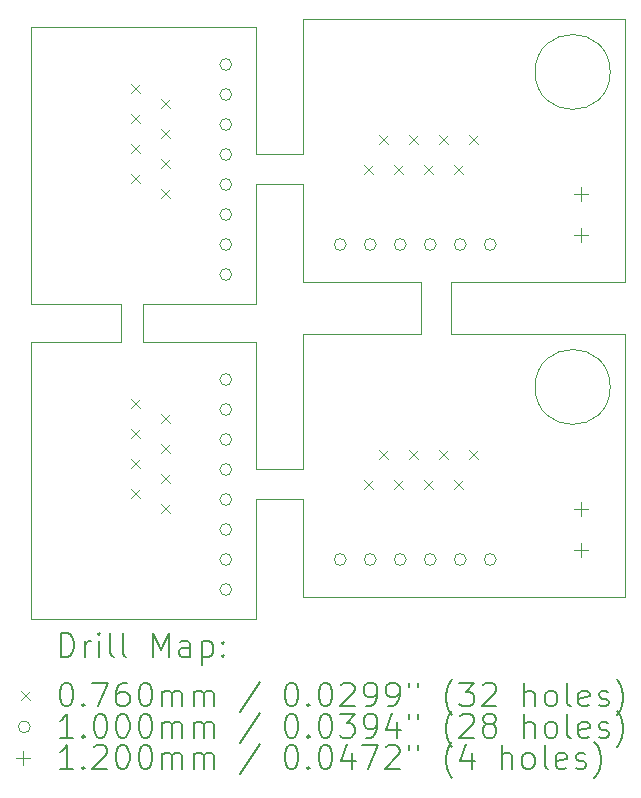
<source format=gbr>
%TF.GenerationSoftware,KiCad,Pcbnew,7.0.9*%
%TF.CreationDate,2024-06-07T23:50:48-04:00*%
%TF.ProjectId,8P breakout header,38502062-7265-4616-9b6f-757420686561,rev?*%
%TF.SameCoordinates,Original*%
%TF.FileFunction,Drillmap*%
%TF.FilePolarity,Positive*%
%FSLAX45Y45*%
G04 Gerber Fmt 4.5, Leading zero omitted, Abs format (unit mm)*
G04 Created by KiCad (PCBNEW 7.0.9) date 2024-06-07 23:50:48*
%MOMM*%
%LPD*%
G01*
G04 APERTURE LIST*
%ADD10C,0.100000*%
%ADD11C,0.200000*%
%ADD12C,0.120000*%
G04 APERTURE END LIST*
D10*
X19240500Y-7493000D02*
X20717250Y-7493000D01*
X19240500Y-7429500D02*
X19240500Y-7493000D01*
X19240500Y-7048500D02*
X19240500Y-7429500D01*
X20717250Y-7048500D02*
X19240500Y-7048500D01*
X18986500Y-7048500D02*
X17986750Y-7048500D01*
X18986500Y-7493000D02*
X18986500Y-7048500D01*
X17986750Y-7493000D02*
X18986500Y-7493000D01*
X16637000Y-7556500D02*
X17589500Y-7556500D01*
X16637000Y-7239000D02*
X16637000Y-7556500D01*
X17589500Y-7239000D02*
X16637000Y-7239000D01*
X16446500Y-7556500D02*
X15684500Y-7556500D01*
X16446500Y-7239000D02*
X16446500Y-7556500D01*
X15684500Y-7239000D02*
X16446500Y-7239000D01*
X20590250Y-7937500D02*
G75*
G03*
X20590250Y-7937500I-317500J0D01*
G01*
X17589500Y-9906000D02*
X17589500Y-8890000D01*
X15684500Y-7556500D02*
X15684500Y-9906000D01*
X17589500Y-8636000D02*
X17589500Y-7556500D01*
X17589500Y-8890000D02*
X17986750Y-8890000D01*
X17986750Y-7493000D02*
X17986750Y-8636000D01*
X15684500Y-9906000D02*
X17589500Y-9906000D01*
X17986750Y-9715500D02*
X20717250Y-9715500D01*
X17986750Y-8890000D02*
X17986750Y-9715500D01*
X20717250Y-9715500D02*
X20717250Y-7493000D01*
X17589500Y-8636000D02*
X17986750Y-8636000D01*
X17589500Y-6223000D02*
X17986750Y-6223000D01*
X17589500Y-5969000D02*
X17986750Y-5969000D01*
X17589500Y-7239000D02*
X17589500Y-6223000D01*
X15684500Y-4889500D02*
X15684500Y-7239000D01*
X17589500Y-4889500D02*
X15684500Y-4889500D01*
X17589500Y-5969000D02*
X17589500Y-4889500D01*
X17986750Y-4826000D02*
X17986750Y-5969000D01*
X20717250Y-4826000D02*
X17986750Y-4826000D01*
X20717250Y-7048500D02*
X20717250Y-4826000D01*
X17986750Y-6223000D02*
X17986750Y-7048500D01*
X20590250Y-5270500D02*
G75*
G03*
X20590250Y-5270500I-317500J0D01*
G01*
D11*
D10*
X16537500Y-5375750D02*
X16613500Y-5451750D01*
X16613500Y-5375750D02*
X16537500Y-5451750D01*
X16537500Y-5629750D02*
X16613500Y-5705750D01*
X16613500Y-5629750D02*
X16537500Y-5705750D01*
X16537500Y-5883750D02*
X16613500Y-5959750D01*
X16613500Y-5883750D02*
X16537500Y-5959750D01*
X16537500Y-6137750D02*
X16613500Y-6213750D01*
X16613500Y-6137750D02*
X16537500Y-6213750D01*
X16537500Y-8042750D02*
X16613500Y-8118750D01*
X16613500Y-8042750D02*
X16537500Y-8118750D01*
X16537500Y-8296750D02*
X16613500Y-8372750D01*
X16613500Y-8296750D02*
X16537500Y-8372750D01*
X16537500Y-8550750D02*
X16613500Y-8626750D01*
X16613500Y-8550750D02*
X16537500Y-8626750D01*
X16537500Y-8804750D02*
X16613500Y-8880750D01*
X16613500Y-8804750D02*
X16537500Y-8880750D01*
X16791500Y-5502750D02*
X16867500Y-5578750D01*
X16867500Y-5502750D02*
X16791500Y-5578750D01*
X16791500Y-5756750D02*
X16867500Y-5832750D01*
X16867500Y-5756750D02*
X16791500Y-5832750D01*
X16791500Y-6010750D02*
X16867500Y-6086750D01*
X16867500Y-6010750D02*
X16791500Y-6086750D01*
X16791500Y-6264750D02*
X16867500Y-6340750D01*
X16867500Y-6264750D02*
X16791500Y-6340750D01*
X16791500Y-8169750D02*
X16867500Y-8245750D01*
X16867500Y-8169750D02*
X16791500Y-8245750D01*
X16791500Y-8423750D02*
X16867500Y-8499750D01*
X16867500Y-8423750D02*
X16791500Y-8499750D01*
X16791500Y-8677750D02*
X16867500Y-8753750D01*
X16867500Y-8677750D02*
X16791500Y-8753750D01*
X16791500Y-8931750D02*
X16867500Y-9007750D01*
X16867500Y-8931750D02*
X16791500Y-9007750D01*
X18504000Y-6060000D02*
X18580000Y-6136000D01*
X18580000Y-6060000D02*
X18504000Y-6136000D01*
X18504000Y-8727000D02*
X18580000Y-8803000D01*
X18580000Y-8727000D02*
X18504000Y-8803000D01*
X18631000Y-5806000D02*
X18707000Y-5882000D01*
X18707000Y-5806000D02*
X18631000Y-5882000D01*
X18631000Y-8473000D02*
X18707000Y-8549000D01*
X18707000Y-8473000D02*
X18631000Y-8549000D01*
X18758000Y-6060000D02*
X18834000Y-6136000D01*
X18834000Y-6060000D02*
X18758000Y-6136000D01*
X18758000Y-8727000D02*
X18834000Y-8803000D01*
X18834000Y-8727000D02*
X18758000Y-8803000D01*
X18885000Y-5806000D02*
X18961000Y-5882000D01*
X18961000Y-5806000D02*
X18885000Y-5882000D01*
X18885000Y-8473000D02*
X18961000Y-8549000D01*
X18961000Y-8473000D02*
X18885000Y-8549000D01*
X19012000Y-6060000D02*
X19088000Y-6136000D01*
X19088000Y-6060000D02*
X19012000Y-6136000D01*
X19012000Y-8727000D02*
X19088000Y-8803000D01*
X19088000Y-8727000D02*
X19012000Y-8803000D01*
X19139000Y-5806000D02*
X19215000Y-5882000D01*
X19215000Y-5806000D02*
X19139000Y-5882000D01*
X19139000Y-8473000D02*
X19215000Y-8549000D01*
X19215000Y-8473000D02*
X19139000Y-8549000D01*
X19266000Y-6060000D02*
X19342000Y-6136000D01*
X19342000Y-6060000D02*
X19266000Y-6136000D01*
X19266000Y-8727000D02*
X19342000Y-8803000D01*
X19342000Y-8727000D02*
X19266000Y-8803000D01*
X19393000Y-5806000D02*
X19469000Y-5882000D01*
X19469000Y-5806000D02*
X19393000Y-5882000D01*
X19393000Y-8473000D02*
X19469000Y-8549000D01*
X19469000Y-8473000D02*
X19393000Y-8549000D01*
X17385500Y-5207000D02*
G75*
G03*
X17385500Y-5207000I-50000J0D01*
G01*
X17385500Y-5461000D02*
G75*
G03*
X17385500Y-5461000I-50000J0D01*
G01*
X17385500Y-5715000D02*
G75*
G03*
X17385500Y-5715000I-50000J0D01*
G01*
X17385500Y-5969000D02*
G75*
G03*
X17385500Y-5969000I-50000J0D01*
G01*
X17385500Y-6223000D02*
G75*
G03*
X17385500Y-6223000I-50000J0D01*
G01*
X17385500Y-6477000D02*
G75*
G03*
X17385500Y-6477000I-50000J0D01*
G01*
X17385500Y-6731000D02*
G75*
G03*
X17385500Y-6731000I-50000J0D01*
G01*
X17385500Y-6985000D02*
G75*
G03*
X17385500Y-6985000I-50000J0D01*
G01*
X17385500Y-7874000D02*
G75*
G03*
X17385500Y-7874000I-50000J0D01*
G01*
X17385500Y-8128000D02*
G75*
G03*
X17385500Y-8128000I-50000J0D01*
G01*
X17385500Y-8382000D02*
G75*
G03*
X17385500Y-8382000I-50000J0D01*
G01*
X17385500Y-8636000D02*
G75*
G03*
X17385500Y-8636000I-50000J0D01*
G01*
X17385500Y-8890000D02*
G75*
G03*
X17385500Y-8890000I-50000J0D01*
G01*
X17385500Y-9144000D02*
G75*
G03*
X17385500Y-9144000I-50000J0D01*
G01*
X17385500Y-9398000D02*
G75*
G03*
X17385500Y-9398000I-50000J0D01*
G01*
X17385500Y-9652000D02*
G75*
G03*
X17385500Y-9652000I-50000J0D01*
G01*
X18354250Y-6731000D02*
G75*
G03*
X18354250Y-6731000I-50000J0D01*
G01*
X18354250Y-9398000D02*
G75*
G03*
X18354250Y-9398000I-50000J0D01*
G01*
X18608250Y-6731000D02*
G75*
G03*
X18608250Y-6731000I-50000J0D01*
G01*
X18608250Y-9398000D02*
G75*
G03*
X18608250Y-9398000I-50000J0D01*
G01*
X18862250Y-6731000D02*
G75*
G03*
X18862250Y-6731000I-50000J0D01*
G01*
X18862250Y-9398000D02*
G75*
G03*
X18862250Y-9398000I-50000J0D01*
G01*
X19116250Y-6731000D02*
G75*
G03*
X19116250Y-6731000I-50000J0D01*
G01*
X19116250Y-9398000D02*
G75*
G03*
X19116250Y-9398000I-50000J0D01*
G01*
X19370250Y-6731000D02*
G75*
G03*
X19370250Y-6731000I-50000J0D01*
G01*
X19370250Y-9398000D02*
G75*
G03*
X19370250Y-9398000I-50000J0D01*
G01*
X19624250Y-6731000D02*
G75*
G03*
X19624250Y-6731000I-50000J0D01*
G01*
X19624250Y-9398000D02*
G75*
G03*
X19624250Y-9398000I-50000J0D01*
G01*
D12*
X20346250Y-6242000D02*
X20346250Y-6362000D01*
X20286250Y-6302000D02*
X20406250Y-6302000D01*
X20346250Y-6592000D02*
X20346250Y-6712000D01*
X20286250Y-6652000D02*
X20406250Y-6652000D01*
X20346250Y-8909000D02*
X20346250Y-9029000D01*
X20286250Y-8969000D02*
X20406250Y-8969000D01*
X20346250Y-9259000D02*
X20346250Y-9379000D01*
X20286250Y-9319000D02*
X20406250Y-9319000D01*
D11*
X15940277Y-10222484D02*
X15940277Y-10022484D01*
X15940277Y-10022484D02*
X15987896Y-10022484D01*
X15987896Y-10022484D02*
X16016467Y-10032008D01*
X16016467Y-10032008D02*
X16035515Y-10051055D01*
X16035515Y-10051055D02*
X16045039Y-10070103D01*
X16045039Y-10070103D02*
X16054562Y-10108198D01*
X16054562Y-10108198D02*
X16054562Y-10136770D01*
X16054562Y-10136770D02*
X16045039Y-10174865D01*
X16045039Y-10174865D02*
X16035515Y-10193912D01*
X16035515Y-10193912D02*
X16016467Y-10212960D01*
X16016467Y-10212960D02*
X15987896Y-10222484D01*
X15987896Y-10222484D02*
X15940277Y-10222484D01*
X16140277Y-10222484D02*
X16140277Y-10089150D01*
X16140277Y-10127246D02*
X16149801Y-10108198D01*
X16149801Y-10108198D02*
X16159324Y-10098674D01*
X16159324Y-10098674D02*
X16178372Y-10089150D01*
X16178372Y-10089150D02*
X16197420Y-10089150D01*
X16264086Y-10222484D02*
X16264086Y-10089150D01*
X16264086Y-10022484D02*
X16254562Y-10032008D01*
X16254562Y-10032008D02*
X16264086Y-10041531D01*
X16264086Y-10041531D02*
X16273610Y-10032008D01*
X16273610Y-10032008D02*
X16264086Y-10022484D01*
X16264086Y-10022484D02*
X16264086Y-10041531D01*
X16387896Y-10222484D02*
X16368848Y-10212960D01*
X16368848Y-10212960D02*
X16359324Y-10193912D01*
X16359324Y-10193912D02*
X16359324Y-10022484D01*
X16492658Y-10222484D02*
X16473610Y-10212960D01*
X16473610Y-10212960D02*
X16464086Y-10193912D01*
X16464086Y-10193912D02*
X16464086Y-10022484D01*
X16721229Y-10222484D02*
X16721229Y-10022484D01*
X16721229Y-10022484D02*
X16787896Y-10165341D01*
X16787896Y-10165341D02*
X16854563Y-10022484D01*
X16854563Y-10022484D02*
X16854563Y-10222484D01*
X17035515Y-10222484D02*
X17035515Y-10117722D01*
X17035515Y-10117722D02*
X17025991Y-10098674D01*
X17025991Y-10098674D02*
X17006944Y-10089150D01*
X17006944Y-10089150D02*
X16968848Y-10089150D01*
X16968848Y-10089150D02*
X16949801Y-10098674D01*
X17035515Y-10212960D02*
X17016467Y-10222484D01*
X17016467Y-10222484D02*
X16968848Y-10222484D01*
X16968848Y-10222484D02*
X16949801Y-10212960D01*
X16949801Y-10212960D02*
X16940277Y-10193912D01*
X16940277Y-10193912D02*
X16940277Y-10174865D01*
X16940277Y-10174865D02*
X16949801Y-10155817D01*
X16949801Y-10155817D02*
X16968848Y-10146293D01*
X16968848Y-10146293D02*
X17016467Y-10146293D01*
X17016467Y-10146293D02*
X17035515Y-10136770D01*
X17130753Y-10089150D02*
X17130753Y-10289150D01*
X17130753Y-10098674D02*
X17149801Y-10089150D01*
X17149801Y-10089150D02*
X17187896Y-10089150D01*
X17187896Y-10089150D02*
X17206944Y-10098674D01*
X17206944Y-10098674D02*
X17216467Y-10108198D01*
X17216467Y-10108198D02*
X17225991Y-10127246D01*
X17225991Y-10127246D02*
X17225991Y-10184389D01*
X17225991Y-10184389D02*
X17216467Y-10203436D01*
X17216467Y-10203436D02*
X17206944Y-10212960D01*
X17206944Y-10212960D02*
X17187896Y-10222484D01*
X17187896Y-10222484D02*
X17149801Y-10222484D01*
X17149801Y-10222484D02*
X17130753Y-10212960D01*
X17311705Y-10203436D02*
X17321229Y-10212960D01*
X17321229Y-10212960D02*
X17311705Y-10222484D01*
X17311705Y-10222484D02*
X17302182Y-10212960D01*
X17302182Y-10212960D02*
X17311705Y-10203436D01*
X17311705Y-10203436D02*
X17311705Y-10222484D01*
X17311705Y-10098674D02*
X17321229Y-10108198D01*
X17321229Y-10108198D02*
X17311705Y-10117722D01*
X17311705Y-10117722D02*
X17302182Y-10108198D01*
X17302182Y-10108198D02*
X17311705Y-10098674D01*
X17311705Y-10098674D02*
X17311705Y-10117722D01*
D10*
X15603500Y-10513000D02*
X15679500Y-10589000D01*
X15679500Y-10513000D02*
X15603500Y-10589000D01*
D11*
X15978372Y-10442484D02*
X15997420Y-10442484D01*
X15997420Y-10442484D02*
X16016467Y-10452008D01*
X16016467Y-10452008D02*
X16025991Y-10461531D01*
X16025991Y-10461531D02*
X16035515Y-10480579D01*
X16035515Y-10480579D02*
X16045039Y-10518674D01*
X16045039Y-10518674D02*
X16045039Y-10566293D01*
X16045039Y-10566293D02*
X16035515Y-10604389D01*
X16035515Y-10604389D02*
X16025991Y-10623436D01*
X16025991Y-10623436D02*
X16016467Y-10632960D01*
X16016467Y-10632960D02*
X15997420Y-10642484D01*
X15997420Y-10642484D02*
X15978372Y-10642484D01*
X15978372Y-10642484D02*
X15959324Y-10632960D01*
X15959324Y-10632960D02*
X15949801Y-10623436D01*
X15949801Y-10623436D02*
X15940277Y-10604389D01*
X15940277Y-10604389D02*
X15930753Y-10566293D01*
X15930753Y-10566293D02*
X15930753Y-10518674D01*
X15930753Y-10518674D02*
X15940277Y-10480579D01*
X15940277Y-10480579D02*
X15949801Y-10461531D01*
X15949801Y-10461531D02*
X15959324Y-10452008D01*
X15959324Y-10452008D02*
X15978372Y-10442484D01*
X16130753Y-10623436D02*
X16140277Y-10632960D01*
X16140277Y-10632960D02*
X16130753Y-10642484D01*
X16130753Y-10642484D02*
X16121229Y-10632960D01*
X16121229Y-10632960D02*
X16130753Y-10623436D01*
X16130753Y-10623436D02*
X16130753Y-10642484D01*
X16206943Y-10442484D02*
X16340277Y-10442484D01*
X16340277Y-10442484D02*
X16254562Y-10642484D01*
X16502182Y-10442484D02*
X16464086Y-10442484D01*
X16464086Y-10442484D02*
X16445039Y-10452008D01*
X16445039Y-10452008D02*
X16435515Y-10461531D01*
X16435515Y-10461531D02*
X16416467Y-10490103D01*
X16416467Y-10490103D02*
X16406943Y-10528198D01*
X16406943Y-10528198D02*
X16406943Y-10604389D01*
X16406943Y-10604389D02*
X16416467Y-10623436D01*
X16416467Y-10623436D02*
X16425991Y-10632960D01*
X16425991Y-10632960D02*
X16445039Y-10642484D01*
X16445039Y-10642484D02*
X16483134Y-10642484D01*
X16483134Y-10642484D02*
X16502182Y-10632960D01*
X16502182Y-10632960D02*
X16511705Y-10623436D01*
X16511705Y-10623436D02*
X16521229Y-10604389D01*
X16521229Y-10604389D02*
X16521229Y-10556770D01*
X16521229Y-10556770D02*
X16511705Y-10537722D01*
X16511705Y-10537722D02*
X16502182Y-10528198D01*
X16502182Y-10528198D02*
X16483134Y-10518674D01*
X16483134Y-10518674D02*
X16445039Y-10518674D01*
X16445039Y-10518674D02*
X16425991Y-10528198D01*
X16425991Y-10528198D02*
X16416467Y-10537722D01*
X16416467Y-10537722D02*
X16406943Y-10556770D01*
X16645039Y-10442484D02*
X16664086Y-10442484D01*
X16664086Y-10442484D02*
X16683134Y-10452008D01*
X16683134Y-10452008D02*
X16692658Y-10461531D01*
X16692658Y-10461531D02*
X16702182Y-10480579D01*
X16702182Y-10480579D02*
X16711705Y-10518674D01*
X16711705Y-10518674D02*
X16711705Y-10566293D01*
X16711705Y-10566293D02*
X16702182Y-10604389D01*
X16702182Y-10604389D02*
X16692658Y-10623436D01*
X16692658Y-10623436D02*
X16683134Y-10632960D01*
X16683134Y-10632960D02*
X16664086Y-10642484D01*
X16664086Y-10642484D02*
X16645039Y-10642484D01*
X16645039Y-10642484D02*
X16625991Y-10632960D01*
X16625991Y-10632960D02*
X16616467Y-10623436D01*
X16616467Y-10623436D02*
X16606943Y-10604389D01*
X16606943Y-10604389D02*
X16597420Y-10566293D01*
X16597420Y-10566293D02*
X16597420Y-10518674D01*
X16597420Y-10518674D02*
X16606943Y-10480579D01*
X16606943Y-10480579D02*
X16616467Y-10461531D01*
X16616467Y-10461531D02*
X16625991Y-10452008D01*
X16625991Y-10452008D02*
X16645039Y-10442484D01*
X16797420Y-10642484D02*
X16797420Y-10509150D01*
X16797420Y-10528198D02*
X16806944Y-10518674D01*
X16806944Y-10518674D02*
X16825991Y-10509150D01*
X16825991Y-10509150D02*
X16854563Y-10509150D01*
X16854563Y-10509150D02*
X16873610Y-10518674D01*
X16873610Y-10518674D02*
X16883134Y-10537722D01*
X16883134Y-10537722D02*
X16883134Y-10642484D01*
X16883134Y-10537722D02*
X16892658Y-10518674D01*
X16892658Y-10518674D02*
X16911705Y-10509150D01*
X16911705Y-10509150D02*
X16940277Y-10509150D01*
X16940277Y-10509150D02*
X16959325Y-10518674D01*
X16959325Y-10518674D02*
X16968848Y-10537722D01*
X16968848Y-10537722D02*
X16968848Y-10642484D01*
X17064086Y-10642484D02*
X17064086Y-10509150D01*
X17064086Y-10528198D02*
X17073610Y-10518674D01*
X17073610Y-10518674D02*
X17092658Y-10509150D01*
X17092658Y-10509150D02*
X17121229Y-10509150D01*
X17121229Y-10509150D02*
X17140277Y-10518674D01*
X17140277Y-10518674D02*
X17149801Y-10537722D01*
X17149801Y-10537722D02*
X17149801Y-10642484D01*
X17149801Y-10537722D02*
X17159325Y-10518674D01*
X17159325Y-10518674D02*
X17178372Y-10509150D01*
X17178372Y-10509150D02*
X17206944Y-10509150D01*
X17206944Y-10509150D02*
X17225991Y-10518674D01*
X17225991Y-10518674D02*
X17235515Y-10537722D01*
X17235515Y-10537722D02*
X17235515Y-10642484D01*
X17625991Y-10432960D02*
X17454563Y-10690103D01*
X17883134Y-10442484D02*
X17902182Y-10442484D01*
X17902182Y-10442484D02*
X17921229Y-10452008D01*
X17921229Y-10452008D02*
X17930753Y-10461531D01*
X17930753Y-10461531D02*
X17940277Y-10480579D01*
X17940277Y-10480579D02*
X17949801Y-10518674D01*
X17949801Y-10518674D02*
X17949801Y-10566293D01*
X17949801Y-10566293D02*
X17940277Y-10604389D01*
X17940277Y-10604389D02*
X17930753Y-10623436D01*
X17930753Y-10623436D02*
X17921229Y-10632960D01*
X17921229Y-10632960D02*
X17902182Y-10642484D01*
X17902182Y-10642484D02*
X17883134Y-10642484D01*
X17883134Y-10642484D02*
X17864087Y-10632960D01*
X17864087Y-10632960D02*
X17854563Y-10623436D01*
X17854563Y-10623436D02*
X17845039Y-10604389D01*
X17845039Y-10604389D02*
X17835515Y-10566293D01*
X17835515Y-10566293D02*
X17835515Y-10518674D01*
X17835515Y-10518674D02*
X17845039Y-10480579D01*
X17845039Y-10480579D02*
X17854563Y-10461531D01*
X17854563Y-10461531D02*
X17864087Y-10452008D01*
X17864087Y-10452008D02*
X17883134Y-10442484D01*
X18035515Y-10623436D02*
X18045039Y-10632960D01*
X18045039Y-10632960D02*
X18035515Y-10642484D01*
X18035515Y-10642484D02*
X18025991Y-10632960D01*
X18025991Y-10632960D02*
X18035515Y-10623436D01*
X18035515Y-10623436D02*
X18035515Y-10642484D01*
X18168848Y-10442484D02*
X18187896Y-10442484D01*
X18187896Y-10442484D02*
X18206944Y-10452008D01*
X18206944Y-10452008D02*
X18216468Y-10461531D01*
X18216468Y-10461531D02*
X18225991Y-10480579D01*
X18225991Y-10480579D02*
X18235515Y-10518674D01*
X18235515Y-10518674D02*
X18235515Y-10566293D01*
X18235515Y-10566293D02*
X18225991Y-10604389D01*
X18225991Y-10604389D02*
X18216468Y-10623436D01*
X18216468Y-10623436D02*
X18206944Y-10632960D01*
X18206944Y-10632960D02*
X18187896Y-10642484D01*
X18187896Y-10642484D02*
X18168848Y-10642484D01*
X18168848Y-10642484D02*
X18149801Y-10632960D01*
X18149801Y-10632960D02*
X18140277Y-10623436D01*
X18140277Y-10623436D02*
X18130753Y-10604389D01*
X18130753Y-10604389D02*
X18121229Y-10566293D01*
X18121229Y-10566293D02*
X18121229Y-10518674D01*
X18121229Y-10518674D02*
X18130753Y-10480579D01*
X18130753Y-10480579D02*
X18140277Y-10461531D01*
X18140277Y-10461531D02*
X18149801Y-10452008D01*
X18149801Y-10452008D02*
X18168848Y-10442484D01*
X18311706Y-10461531D02*
X18321229Y-10452008D01*
X18321229Y-10452008D02*
X18340277Y-10442484D01*
X18340277Y-10442484D02*
X18387896Y-10442484D01*
X18387896Y-10442484D02*
X18406944Y-10452008D01*
X18406944Y-10452008D02*
X18416468Y-10461531D01*
X18416468Y-10461531D02*
X18425991Y-10480579D01*
X18425991Y-10480579D02*
X18425991Y-10499627D01*
X18425991Y-10499627D02*
X18416468Y-10528198D01*
X18416468Y-10528198D02*
X18302182Y-10642484D01*
X18302182Y-10642484D02*
X18425991Y-10642484D01*
X18521229Y-10642484D02*
X18559325Y-10642484D01*
X18559325Y-10642484D02*
X18578372Y-10632960D01*
X18578372Y-10632960D02*
X18587896Y-10623436D01*
X18587896Y-10623436D02*
X18606944Y-10594865D01*
X18606944Y-10594865D02*
X18616468Y-10556770D01*
X18616468Y-10556770D02*
X18616468Y-10480579D01*
X18616468Y-10480579D02*
X18606944Y-10461531D01*
X18606944Y-10461531D02*
X18597420Y-10452008D01*
X18597420Y-10452008D02*
X18578372Y-10442484D01*
X18578372Y-10442484D02*
X18540277Y-10442484D01*
X18540277Y-10442484D02*
X18521229Y-10452008D01*
X18521229Y-10452008D02*
X18511706Y-10461531D01*
X18511706Y-10461531D02*
X18502182Y-10480579D01*
X18502182Y-10480579D02*
X18502182Y-10528198D01*
X18502182Y-10528198D02*
X18511706Y-10547246D01*
X18511706Y-10547246D02*
X18521229Y-10556770D01*
X18521229Y-10556770D02*
X18540277Y-10566293D01*
X18540277Y-10566293D02*
X18578372Y-10566293D01*
X18578372Y-10566293D02*
X18597420Y-10556770D01*
X18597420Y-10556770D02*
X18606944Y-10547246D01*
X18606944Y-10547246D02*
X18616468Y-10528198D01*
X18711706Y-10642484D02*
X18749801Y-10642484D01*
X18749801Y-10642484D02*
X18768849Y-10632960D01*
X18768849Y-10632960D02*
X18778372Y-10623436D01*
X18778372Y-10623436D02*
X18797420Y-10594865D01*
X18797420Y-10594865D02*
X18806944Y-10556770D01*
X18806944Y-10556770D02*
X18806944Y-10480579D01*
X18806944Y-10480579D02*
X18797420Y-10461531D01*
X18797420Y-10461531D02*
X18787896Y-10452008D01*
X18787896Y-10452008D02*
X18768849Y-10442484D01*
X18768849Y-10442484D02*
X18730753Y-10442484D01*
X18730753Y-10442484D02*
X18711706Y-10452008D01*
X18711706Y-10452008D02*
X18702182Y-10461531D01*
X18702182Y-10461531D02*
X18692658Y-10480579D01*
X18692658Y-10480579D02*
X18692658Y-10528198D01*
X18692658Y-10528198D02*
X18702182Y-10547246D01*
X18702182Y-10547246D02*
X18711706Y-10556770D01*
X18711706Y-10556770D02*
X18730753Y-10566293D01*
X18730753Y-10566293D02*
X18768849Y-10566293D01*
X18768849Y-10566293D02*
X18787896Y-10556770D01*
X18787896Y-10556770D02*
X18797420Y-10547246D01*
X18797420Y-10547246D02*
X18806944Y-10528198D01*
X18883134Y-10442484D02*
X18883134Y-10480579D01*
X18959325Y-10442484D02*
X18959325Y-10480579D01*
X19254563Y-10718674D02*
X19245039Y-10709150D01*
X19245039Y-10709150D02*
X19225991Y-10680579D01*
X19225991Y-10680579D02*
X19216468Y-10661531D01*
X19216468Y-10661531D02*
X19206944Y-10632960D01*
X19206944Y-10632960D02*
X19197420Y-10585341D01*
X19197420Y-10585341D02*
X19197420Y-10547246D01*
X19197420Y-10547246D02*
X19206944Y-10499627D01*
X19206944Y-10499627D02*
X19216468Y-10471055D01*
X19216468Y-10471055D02*
X19225991Y-10452008D01*
X19225991Y-10452008D02*
X19245039Y-10423436D01*
X19245039Y-10423436D02*
X19254563Y-10413912D01*
X19311706Y-10442484D02*
X19435515Y-10442484D01*
X19435515Y-10442484D02*
X19368849Y-10518674D01*
X19368849Y-10518674D02*
X19397420Y-10518674D01*
X19397420Y-10518674D02*
X19416468Y-10528198D01*
X19416468Y-10528198D02*
X19425991Y-10537722D01*
X19425991Y-10537722D02*
X19435515Y-10556770D01*
X19435515Y-10556770D02*
X19435515Y-10604389D01*
X19435515Y-10604389D02*
X19425991Y-10623436D01*
X19425991Y-10623436D02*
X19416468Y-10632960D01*
X19416468Y-10632960D02*
X19397420Y-10642484D01*
X19397420Y-10642484D02*
X19340277Y-10642484D01*
X19340277Y-10642484D02*
X19321230Y-10632960D01*
X19321230Y-10632960D02*
X19311706Y-10623436D01*
X19511706Y-10461531D02*
X19521230Y-10452008D01*
X19521230Y-10452008D02*
X19540277Y-10442484D01*
X19540277Y-10442484D02*
X19587896Y-10442484D01*
X19587896Y-10442484D02*
X19606944Y-10452008D01*
X19606944Y-10452008D02*
X19616468Y-10461531D01*
X19616468Y-10461531D02*
X19625991Y-10480579D01*
X19625991Y-10480579D02*
X19625991Y-10499627D01*
X19625991Y-10499627D02*
X19616468Y-10528198D01*
X19616468Y-10528198D02*
X19502182Y-10642484D01*
X19502182Y-10642484D02*
X19625991Y-10642484D01*
X19864087Y-10642484D02*
X19864087Y-10442484D01*
X19949801Y-10642484D02*
X19949801Y-10537722D01*
X19949801Y-10537722D02*
X19940277Y-10518674D01*
X19940277Y-10518674D02*
X19921230Y-10509150D01*
X19921230Y-10509150D02*
X19892658Y-10509150D01*
X19892658Y-10509150D02*
X19873611Y-10518674D01*
X19873611Y-10518674D02*
X19864087Y-10528198D01*
X20073611Y-10642484D02*
X20054563Y-10632960D01*
X20054563Y-10632960D02*
X20045039Y-10623436D01*
X20045039Y-10623436D02*
X20035515Y-10604389D01*
X20035515Y-10604389D02*
X20035515Y-10547246D01*
X20035515Y-10547246D02*
X20045039Y-10528198D01*
X20045039Y-10528198D02*
X20054563Y-10518674D01*
X20054563Y-10518674D02*
X20073611Y-10509150D01*
X20073611Y-10509150D02*
X20102182Y-10509150D01*
X20102182Y-10509150D02*
X20121230Y-10518674D01*
X20121230Y-10518674D02*
X20130753Y-10528198D01*
X20130753Y-10528198D02*
X20140277Y-10547246D01*
X20140277Y-10547246D02*
X20140277Y-10604389D01*
X20140277Y-10604389D02*
X20130753Y-10623436D01*
X20130753Y-10623436D02*
X20121230Y-10632960D01*
X20121230Y-10632960D02*
X20102182Y-10642484D01*
X20102182Y-10642484D02*
X20073611Y-10642484D01*
X20254563Y-10642484D02*
X20235515Y-10632960D01*
X20235515Y-10632960D02*
X20225992Y-10613912D01*
X20225992Y-10613912D02*
X20225992Y-10442484D01*
X20406944Y-10632960D02*
X20387896Y-10642484D01*
X20387896Y-10642484D02*
X20349801Y-10642484D01*
X20349801Y-10642484D02*
X20330753Y-10632960D01*
X20330753Y-10632960D02*
X20321230Y-10613912D01*
X20321230Y-10613912D02*
X20321230Y-10537722D01*
X20321230Y-10537722D02*
X20330753Y-10518674D01*
X20330753Y-10518674D02*
X20349801Y-10509150D01*
X20349801Y-10509150D02*
X20387896Y-10509150D01*
X20387896Y-10509150D02*
X20406944Y-10518674D01*
X20406944Y-10518674D02*
X20416468Y-10537722D01*
X20416468Y-10537722D02*
X20416468Y-10556770D01*
X20416468Y-10556770D02*
X20321230Y-10575817D01*
X20492658Y-10632960D02*
X20511706Y-10642484D01*
X20511706Y-10642484D02*
X20549801Y-10642484D01*
X20549801Y-10642484D02*
X20568849Y-10632960D01*
X20568849Y-10632960D02*
X20578373Y-10613912D01*
X20578373Y-10613912D02*
X20578373Y-10604389D01*
X20578373Y-10604389D02*
X20568849Y-10585341D01*
X20568849Y-10585341D02*
X20549801Y-10575817D01*
X20549801Y-10575817D02*
X20521230Y-10575817D01*
X20521230Y-10575817D02*
X20502182Y-10566293D01*
X20502182Y-10566293D02*
X20492658Y-10547246D01*
X20492658Y-10547246D02*
X20492658Y-10537722D01*
X20492658Y-10537722D02*
X20502182Y-10518674D01*
X20502182Y-10518674D02*
X20521230Y-10509150D01*
X20521230Y-10509150D02*
X20549801Y-10509150D01*
X20549801Y-10509150D02*
X20568849Y-10518674D01*
X20645039Y-10718674D02*
X20654563Y-10709150D01*
X20654563Y-10709150D02*
X20673611Y-10680579D01*
X20673611Y-10680579D02*
X20683134Y-10661531D01*
X20683134Y-10661531D02*
X20692658Y-10632960D01*
X20692658Y-10632960D02*
X20702182Y-10585341D01*
X20702182Y-10585341D02*
X20702182Y-10547246D01*
X20702182Y-10547246D02*
X20692658Y-10499627D01*
X20692658Y-10499627D02*
X20683134Y-10471055D01*
X20683134Y-10471055D02*
X20673611Y-10452008D01*
X20673611Y-10452008D02*
X20654563Y-10423436D01*
X20654563Y-10423436D02*
X20645039Y-10413912D01*
D10*
X15679500Y-10815000D02*
G75*
G03*
X15679500Y-10815000I-50000J0D01*
G01*
D11*
X16045039Y-10906484D02*
X15930753Y-10906484D01*
X15987896Y-10906484D02*
X15987896Y-10706484D01*
X15987896Y-10706484D02*
X15968848Y-10735055D01*
X15968848Y-10735055D02*
X15949801Y-10754103D01*
X15949801Y-10754103D02*
X15930753Y-10763627D01*
X16130753Y-10887436D02*
X16140277Y-10896960D01*
X16140277Y-10896960D02*
X16130753Y-10906484D01*
X16130753Y-10906484D02*
X16121229Y-10896960D01*
X16121229Y-10896960D02*
X16130753Y-10887436D01*
X16130753Y-10887436D02*
X16130753Y-10906484D01*
X16264086Y-10706484D02*
X16283134Y-10706484D01*
X16283134Y-10706484D02*
X16302182Y-10716008D01*
X16302182Y-10716008D02*
X16311705Y-10725531D01*
X16311705Y-10725531D02*
X16321229Y-10744579D01*
X16321229Y-10744579D02*
X16330753Y-10782674D01*
X16330753Y-10782674D02*
X16330753Y-10830293D01*
X16330753Y-10830293D02*
X16321229Y-10868389D01*
X16321229Y-10868389D02*
X16311705Y-10887436D01*
X16311705Y-10887436D02*
X16302182Y-10896960D01*
X16302182Y-10896960D02*
X16283134Y-10906484D01*
X16283134Y-10906484D02*
X16264086Y-10906484D01*
X16264086Y-10906484D02*
X16245039Y-10896960D01*
X16245039Y-10896960D02*
X16235515Y-10887436D01*
X16235515Y-10887436D02*
X16225991Y-10868389D01*
X16225991Y-10868389D02*
X16216467Y-10830293D01*
X16216467Y-10830293D02*
X16216467Y-10782674D01*
X16216467Y-10782674D02*
X16225991Y-10744579D01*
X16225991Y-10744579D02*
X16235515Y-10725531D01*
X16235515Y-10725531D02*
X16245039Y-10716008D01*
X16245039Y-10716008D02*
X16264086Y-10706484D01*
X16454562Y-10706484D02*
X16473610Y-10706484D01*
X16473610Y-10706484D02*
X16492658Y-10716008D01*
X16492658Y-10716008D02*
X16502182Y-10725531D01*
X16502182Y-10725531D02*
X16511705Y-10744579D01*
X16511705Y-10744579D02*
X16521229Y-10782674D01*
X16521229Y-10782674D02*
X16521229Y-10830293D01*
X16521229Y-10830293D02*
X16511705Y-10868389D01*
X16511705Y-10868389D02*
X16502182Y-10887436D01*
X16502182Y-10887436D02*
X16492658Y-10896960D01*
X16492658Y-10896960D02*
X16473610Y-10906484D01*
X16473610Y-10906484D02*
X16454562Y-10906484D01*
X16454562Y-10906484D02*
X16435515Y-10896960D01*
X16435515Y-10896960D02*
X16425991Y-10887436D01*
X16425991Y-10887436D02*
X16416467Y-10868389D01*
X16416467Y-10868389D02*
X16406943Y-10830293D01*
X16406943Y-10830293D02*
X16406943Y-10782674D01*
X16406943Y-10782674D02*
X16416467Y-10744579D01*
X16416467Y-10744579D02*
X16425991Y-10725531D01*
X16425991Y-10725531D02*
X16435515Y-10716008D01*
X16435515Y-10716008D02*
X16454562Y-10706484D01*
X16645039Y-10706484D02*
X16664086Y-10706484D01*
X16664086Y-10706484D02*
X16683134Y-10716008D01*
X16683134Y-10716008D02*
X16692658Y-10725531D01*
X16692658Y-10725531D02*
X16702182Y-10744579D01*
X16702182Y-10744579D02*
X16711705Y-10782674D01*
X16711705Y-10782674D02*
X16711705Y-10830293D01*
X16711705Y-10830293D02*
X16702182Y-10868389D01*
X16702182Y-10868389D02*
X16692658Y-10887436D01*
X16692658Y-10887436D02*
X16683134Y-10896960D01*
X16683134Y-10896960D02*
X16664086Y-10906484D01*
X16664086Y-10906484D02*
X16645039Y-10906484D01*
X16645039Y-10906484D02*
X16625991Y-10896960D01*
X16625991Y-10896960D02*
X16616467Y-10887436D01*
X16616467Y-10887436D02*
X16606943Y-10868389D01*
X16606943Y-10868389D02*
X16597420Y-10830293D01*
X16597420Y-10830293D02*
X16597420Y-10782674D01*
X16597420Y-10782674D02*
X16606943Y-10744579D01*
X16606943Y-10744579D02*
X16616467Y-10725531D01*
X16616467Y-10725531D02*
X16625991Y-10716008D01*
X16625991Y-10716008D02*
X16645039Y-10706484D01*
X16797420Y-10906484D02*
X16797420Y-10773150D01*
X16797420Y-10792198D02*
X16806944Y-10782674D01*
X16806944Y-10782674D02*
X16825991Y-10773150D01*
X16825991Y-10773150D02*
X16854563Y-10773150D01*
X16854563Y-10773150D02*
X16873610Y-10782674D01*
X16873610Y-10782674D02*
X16883134Y-10801722D01*
X16883134Y-10801722D02*
X16883134Y-10906484D01*
X16883134Y-10801722D02*
X16892658Y-10782674D01*
X16892658Y-10782674D02*
X16911705Y-10773150D01*
X16911705Y-10773150D02*
X16940277Y-10773150D01*
X16940277Y-10773150D02*
X16959325Y-10782674D01*
X16959325Y-10782674D02*
X16968848Y-10801722D01*
X16968848Y-10801722D02*
X16968848Y-10906484D01*
X17064086Y-10906484D02*
X17064086Y-10773150D01*
X17064086Y-10792198D02*
X17073610Y-10782674D01*
X17073610Y-10782674D02*
X17092658Y-10773150D01*
X17092658Y-10773150D02*
X17121229Y-10773150D01*
X17121229Y-10773150D02*
X17140277Y-10782674D01*
X17140277Y-10782674D02*
X17149801Y-10801722D01*
X17149801Y-10801722D02*
X17149801Y-10906484D01*
X17149801Y-10801722D02*
X17159325Y-10782674D01*
X17159325Y-10782674D02*
X17178372Y-10773150D01*
X17178372Y-10773150D02*
X17206944Y-10773150D01*
X17206944Y-10773150D02*
X17225991Y-10782674D01*
X17225991Y-10782674D02*
X17235515Y-10801722D01*
X17235515Y-10801722D02*
X17235515Y-10906484D01*
X17625991Y-10696960D02*
X17454563Y-10954103D01*
X17883134Y-10706484D02*
X17902182Y-10706484D01*
X17902182Y-10706484D02*
X17921229Y-10716008D01*
X17921229Y-10716008D02*
X17930753Y-10725531D01*
X17930753Y-10725531D02*
X17940277Y-10744579D01*
X17940277Y-10744579D02*
X17949801Y-10782674D01*
X17949801Y-10782674D02*
X17949801Y-10830293D01*
X17949801Y-10830293D02*
X17940277Y-10868389D01*
X17940277Y-10868389D02*
X17930753Y-10887436D01*
X17930753Y-10887436D02*
X17921229Y-10896960D01*
X17921229Y-10896960D02*
X17902182Y-10906484D01*
X17902182Y-10906484D02*
X17883134Y-10906484D01*
X17883134Y-10906484D02*
X17864087Y-10896960D01*
X17864087Y-10896960D02*
X17854563Y-10887436D01*
X17854563Y-10887436D02*
X17845039Y-10868389D01*
X17845039Y-10868389D02*
X17835515Y-10830293D01*
X17835515Y-10830293D02*
X17835515Y-10782674D01*
X17835515Y-10782674D02*
X17845039Y-10744579D01*
X17845039Y-10744579D02*
X17854563Y-10725531D01*
X17854563Y-10725531D02*
X17864087Y-10716008D01*
X17864087Y-10716008D02*
X17883134Y-10706484D01*
X18035515Y-10887436D02*
X18045039Y-10896960D01*
X18045039Y-10896960D02*
X18035515Y-10906484D01*
X18035515Y-10906484D02*
X18025991Y-10896960D01*
X18025991Y-10896960D02*
X18035515Y-10887436D01*
X18035515Y-10887436D02*
X18035515Y-10906484D01*
X18168848Y-10706484D02*
X18187896Y-10706484D01*
X18187896Y-10706484D02*
X18206944Y-10716008D01*
X18206944Y-10716008D02*
X18216468Y-10725531D01*
X18216468Y-10725531D02*
X18225991Y-10744579D01*
X18225991Y-10744579D02*
X18235515Y-10782674D01*
X18235515Y-10782674D02*
X18235515Y-10830293D01*
X18235515Y-10830293D02*
X18225991Y-10868389D01*
X18225991Y-10868389D02*
X18216468Y-10887436D01*
X18216468Y-10887436D02*
X18206944Y-10896960D01*
X18206944Y-10896960D02*
X18187896Y-10906484D01*
X18187896Y-10906484D02*
X18168848Y-10906484D01*
X18168848Y-10906484D02*
X18149801Y-10896960D01*
X18149801Y-10896960D02*
X18140277Y-10887436D01*
X18140277Y-10887436D02*
X18130753Y-10868389D01*
X18130753Y-10868389D02*
X18121229Y-10830293D01*
X18121229Y-10830293D02*
X18121229Y-10782674D01*
X18121229Y-10782674D02*
X18130753Y-10744579D01*
X18130753Y-10744579D02*
X18140277Y-10725531D01*
X18140277Y-10725531D02*
X18149801Y-10716008D01*
X18149801Y-10716008D02*
X18168848Y-10706484D01*
X18302182Y-10706484D02*
X18425991Y-10706484D01*
X18425991Y-10706484D02*
X18359325Y-10782674D01*
X18359325Y-10782674D02*
X18387896Y-10782674D01*
X18387896Y-10782674D02*
X18406944Y-10792198D01*
X18406944Y-10792198D02*
X18416468Y-10801722D01*
X18416468Y-10801722D02*
X18425991Y-10820770D01*
X18425991Y-10820770D02*
X18425991Y-10868389D01*
X18425991Y-10868389D02*
X18416468Y-10887436D01*
X18416468Y-10887436D02*
X18406944Y-10896960D01*
X18406944Y-10896960D02*
X18387896Y-10906484D01*
X18387896Y-10906484D02*
X18330753Y-10906484D01*
X18330753Y-10906484D02*
X18311706Y-10896960D01*
X18311706Y-10896960D02*
X18302182Y-10887436D01*
X18521229Y-10906484D02*
X18559325Y-10906484D01*
X18559325Y-10906484D02*
X18578372Y-10896960D01*
X18578372Y-10896960D02*
X18587896Y-10887436D01*
X18587896Y-10887436D02*
X18606944Y-10858865D01*
X18606944Y-10858865D02*
X18616468Y-10820770D01*
X18616468Y-10820770D02*
X18616468Y-10744579D01*
X18616468Y-10744579D02*
X18606944Y-10725531D01*
X18606944Y-10725531D02*
X18597420Y-10716008D01*
X18597420Y-10716008D02*
X18578372Y-10706484D01*
X18578372Y-10706484D02*
X18540277Y-10706484D01*
X18540277Y-10706484D02*
X18521229Y-10716008D01*
X18521229Y-10716008D02*
X18511706Y-10725531D01*
X18511706Y-10725531D02*
X18502182Y-10744579D01*
X18502182Y-10744579D02*
X18502182Y-10792198D01*
X18502182Y-10792198D02*
X18511706Y-10811246D01*
X18511706Y-10811246D02*
X18521229Y-10820770D01*
X18521229Y-10820770D02*
X18540277Y-10830293D01*
X18540277Y-10830293D02*
X18578372Y-10830293D01*
X18578372Y-10830293D02*
X18597420Y-10820770D01*
X18597420Y-10820770D02*
X18606944Y-10811246D01*
X18606944Y-10811246D02*
X18616468Y-10792198D01*
X18787896Y-10773150D02*
X18787896Y-10906484D01*
X18740277Y-10696960D02*
X18692658Y-10839817D01*
X18692658Y-10839817D02*
X18816468Y-10839817D01*
X18883134Y-10706484D02*
X18883134Y-10744579D01*
X18959325Y-10706484D02*
X18959325Y-10744579D01*
X19254563Y-10982674D02*
X19245039Y-10973150D01*
X19245039Y-10973150D02*
X19225991Y-10944579D01*
X19225991Y-10944579D02*
X19216468Y-10925531D01*
X19216468Y-10925531D02*
X19206944Y-10896960D01*
X19206944Y-10896960D02*
X19197420Y-10849341D01*
X19197420Y-10849341D02*
X19197420Y-10811246D01*
X19197420Y-10811246D02*
X19206944Y-10763627D01*
X19206944Y-10763627D02*
X19216468Y-10735055D01*
X19216468Y-10735055D02*
X19225991Y-10716008D01*
X19225991Y-10716008D02*
X19245039Y-10687436D01*
X19245039Y-10687436D02*
X19254563Y-10677912D01*
X19321230Y-10725531D02*
X19330753Y-10716008D01*
X19330753Y-10716008D02*
X19349801Y-10706484D01*
X19349801Y-10706484D02*
X19397420Y-10706484D01*
X19397420Y-10706484D02*
X19416468Y-10716008D01*
X19416468Y-10716008D02*
X19425991Y-10725531D01*
X19425991Y-10725531D02*
X19435515Y-10744579D01*
X19435515Y-10744579D02*
X19435515Y-10763627D01*
X19435515Y-10763627D02*
X19425991Y-10792198D01*
X19425991Y-10792198D02*
X19311706Y-10906484D01*
X19311706Y-10906484D02*
X19435515Y-10906484D01*
X19549801Y-10792198D02*
X19530753Y-10782674D01*
X19530753Y-10782674D02*
X19521230Y-10773150D01*
X19521230Y-10773150D02*
X19511706Y-10754103D01*
X19511706Y-10754103D02*
X19511706Y-10744579D01*
X19511706Y-10744579D02*
X19521230Y-10725531D01*
X19521230Y-10725531D02*
X19530753Y-10716008D01*
X19530753Y-10716008D02*
X19549801Y-10706484D01*
X19549801Y-10706484D02*
X19587896Y-10706484D01*
X19587896Y-10706484D02*
X19606944Y-10716008D01*
X19606944Y-10716008D02*
X19616468Y-10725531D01*
X19616468Y-10725531D02*
X19625991Y-10744579D01*
X19625991Y-10744579D02*
X19625991Y-10754103D01*
X19625991Y-10754103D02*
X19616468Y-10773150D01*
X19616468Y-10773150D02*
X19606944Y-10782674D01*
X19606944Y-10782674D02*
X19587896Y-10792198D01*
X19587896Y-10792198D02*
X19549801Y-10792198D01*
X19549801Y-10792198D02*
X19530753Y-10801722D01*
X19530753Y-10801722D02*
X19521230Y-10811246D01*
X19521230Y-10811246D02*
X19511706Y-10830293D01*
X19511706Y-10830293D02*
X19511706Y-10868389D01*
X19511706Y-10868389D02*
X19521230Y-10887436D01*
X19521230Y-10887436D02*
X19530753Y-10896960D01*
X19530753Y-10896960D02*
X19549801Y-10906484D01*
X19549801Y-10906484D02*
X19587896Y-10906484D01*
X19587896Y-10906484D02*
X19606944Y-10896960D01*
X19606944Y-10896960D02*
X19616468Y-10887436D01*
X19616468Y-10887436D02*
X19625991Y-10868389D01*
X19625991Y-10868389D02*
X19625991Y-10830293D01*
X19625991Y-10830293D02*
X19616468Y-10811246D01*
X19616468Y-10811246D02*
X19606944Y-10801722D01*
X19606944Y-10801722D02*
X19587896Y-10792198D01*
X19864087Y-10906484D02*
X19864087Y-10706484D01*
X19949801Y-10906484D02*
X19949801Y-10801722D01*
X19949801Y-10801722D02*
X19940277Y-10782674D01*
X19940277Y-10782674D02*
X19921230Y-10773150D01*
X19921230Y-10773150D02*
X19892658Y-10773150D01*
X19892658Y-10773150D02*
X19873611Y-10782674D01*
X19873611Y-10782674D02*
X19864087Y-10792198D01*
X20073611Y-10906484D02*
X20054563Y-10896960D01*
X20054563Y-10896960D02*
X20045039Y-10887436D01*
X20045039Y-10887436D02*
X20035515Y-10868389D01*
X20035515Y-10868389D02*
X20035515Y-10811246D01*
X20035515Y-10811246D02*
X20045039Y-10792198D01*
X20045039Y-10792198D02*
X20054563Y-10782674D01*
X20054563Y-10782674D02*
X20073611Y-10773150D01*
X20073611Y-10773150D02*
X20102182Y-10773150D01*
X20102182Y-10773150D02*
X20121230Y-10782674D01*
X20121230Y-10782674D02*
X20130753Y-10792198D01*
X20130753Y-10792198D02*
X20140277Y-10811246D01*
X20140277Y-10811246D02*
X20140277Y-10868389D01*
X20140277Y-10868389D02*
X20130753Y-10887436D01*
X20130753Y-10887436D02*
X20121230Y-10896960D01*
X20121230Y-10896960D02*
X20102182Y-10906484D01*
X20102182Y-10906484D02*
X20073611Y-10906484D01*
X20254563Y-10906484D02*
X20235515Y-10896960D01*
X20235515Y-10896960D02*
X20225992Y-10877912D01*
X20225992Y-10877912D02*
X20225992Y-10706484D01*
X20406944Y-10896960D02*
X20387896Y-10906484D01*
X20387896Y-10906484D02*
X20349801Y-10906484D01*
X20349801Y-10906484D02*
X20330753Y-10896960D01*
X20330753Y-10896960D02*
X20321230Y-10877912D01*
X20321230Y-10877912D02*
X20321230Y-10801722D01*
X20321230Y-10801722D02*
X20330753Y-10782674D01*
X20330753Y-10782674D02*
X20349801Y-10773150D01*
X20349801Y-10773150D02*
X20387896Y-10773150D01*
X20387896Y-10773150D02*
X20406944Y-10782674D01*
X20406944Y-10782674D02*
X20416468Y-10801722D01*
X20416468Y-10801722D02*
X20416468Y-10820770D01*
X20416468Y-10820770D02*
X20321230Y-10839817D01*
X20492658Y-10896960D02*
X20511706Y-10906484D01*
X20511706Y-10906484D02*
X20549801Y-10906484D01*
X20549801Y-10906484D02*
X20568849Y-10896960D01*
X20568849Y-10896960D02*
X20578373Y-10877912D01*
X20578373Y-10877912D02*
X20578373Y-10868389D01*
X20578373Y-10868389D02*
X20568849Y-10849341D01*
X20568849Y-10849341D02*
X20549801Y-10839817D01*
X20549801Y-10839817D02*
X20521230Y-10839817D01*
X20521230Y-10839817D02*
X20502182Y-10830293D01*
X20502182Y-10830293D02*
X20492658Y-10811246D01*
X20492658Y-10811246D02*
X20492658Y-10801722D01*
X20492658Y-10801722D02*
X20502182Y-10782674D01*
X20502182Y-10782674D02*
X20521230Y-10773150D01*
X20521230Y-10773150D02*
X20549801Y-10773150D01*
X20549801Y-10773150D02*
X20568849Y-10782674D01*
X20645039Y-10982674D02*
X20654563Y-10973150D01*
X20654563Y-10973150D02*
X20673611Y-10944579D01*
X20673611Y-10944579D02*
X20683134Y-10925531D01*
X20683134Y-10925531D02*
X20692658Y-10896960D01*
X20692658Y-10896960D02*
X20702182Y-10849341D01*
X20702182Y-10849341D02*
X20702182Y-10811246D01*
X20702182Y-10811246D02*
X20692658Y-10763627D01*
X20692658Y-10763627D02*
X20683134Y-10735055D01*
X20683134Y-10735055D02*
X20673611Y-10716008D01*
X20673611Y-10716008D02*
X20654563Y-10687436D01*
X20654563Y-10687436D02*
X20645039Y-10677912D01*
D12*
X15619500Y-11019000D02*
X15619500Y-11139000D01*
X15559500Y-11079000D02*
X15679500Y-11079000D01*
D11*
X16045039Y-11170484D02*
X15930753Y-11170484D01*
X15987896Y-11170484D02*
X15987896Y-10970484D01*
X15987896Y-10970484D02*
X15968848Y-10999055D01*
X15968848Y-10999055D02*
X15949801Y-11018103D01*
X15949801Y-11018103D02*
X15930753Y-11027627D01*
X16130753Y-11151436D02*
X16140277Y-11160960D01*
X16140277Y-11160960D02*
X16130753Y-11170484D01*
X16130753Y-11170484D02*
X16121229Y-11160960D01*
X16121229Y-11160960D02*
X16130753Y-11151436D01*
X16130753Y-11151436D02*
X16130753Y-11170484D01*
X16216467Y-10989531D02*
X16225991Y-10980008D01*
X16225991Y-10980008D02*
X16245039Y-10970484D01*
X16245039Y-10970484D02*
X16292658Y-10970484D01*
X16292658Y-10970484D02*
X16311705Y-10980008D01*
X16311705Y-10980008D02*
X16321229Y-10989531D01*
X16321229Y-10989531D02*
X16330753Y-11008579D01*
X16330753Y-11008579D02*
X16330753Y-11027627D01*
X16330753Y-11027627D02*
X16321229Y-11056198D01*
X16321229Y-11056198D02*
X16206943Y-11170484D01*
X16206943Y-11170484D02*
X16330753Y-11170484D01*
X16454562Y-10970484D02*
X16473610Y-10970484D01*
X16473610Y-10970484D02*
X16492658Y-10980008D01*
X16492658Y-10980008D02*
X16502182Y-10989531D01*
X16502182Y-10989531D02*
X16511705Y-11008579D01*
X16511705Y-11008579D02*
X16521229Y-11046674D01*
X16521229Y-11046674D02*
X16521229Y-11094293D01*
X16521229Y-11094293D02*
X16511705Y-11132389D01*
X16511705Y-11132389D02*
X16502182Y-11151436D01*
X16502182Y-11151436D02*
X16492658Y-11160960D01*
X16492658Y-11160960D02*
X16473610Y-11170484D01*
X16473610Y-11170484D02*
X16454562Y-11170484D01*
X16454562Y-11170484D02*
X16435515Y-11160960D01*
X16435515Y-11160960D02*
X16425991Y-11151436D01*
X16425991Y-11151436D02*
X16416467Y-11132389D01*
X16416467Y-11132389D02*
X16406943Y-11094293D01*
X16406943Y-11094293D02*
X16406943Y-11046674D01*
X16406943Y-11046674D02*
X16416467Y-11008579D01*
X16416467Y-11008579D02*
X16425991Y-10989531D01*
X16425991Y-10989531D02*
X16435515Y-10980008D01*
X16435515Y-10980008D02*
X16454562Y-10970484D01*
X16645039Y-10970484D02*
X16664086Y-10970484D01*
X16664086Y-10970484D02*
X16683134Y-10980008D01*
X16683134Y-10980008D02*
X16692658Y-10989531D01*
X16692658Y-10989531D02*
X16702182Y-11008579D01*
X16702182Y-11008579D02*
X16711705Y-11046674D01*
X16711705Y-11046674D02*
X16711705Y-11094293D01*
X16711705Y-11094293D02*
X16702182Y-11132389D01*
X16702182Y-11132389D02*
X16692658Y-11151436D01*
X16692658Y-11151436D02*
X16683134Y-11160960D01*
X16683134Y-11160960D02*
X16664086Y-11170484D01*
X16664086Y-11170484D02*
X16645039Y-11170484D01*
X16645039Y-11170484D02*
X16625991Y-11160960D01*
X16625991Y-11160960D02*
X16616467Y-11151436D01*
X16616467Y-11151436D02*
X16606943Y-11132389D01*
X16606943Y-11132389D02*
X16597420Y-11094293D01*
X16597420Y-11094293D02*
X16597420Y-11046674D01*
X16597420Y-11046674D02*
X16606943Y-11008579D01*
X16606943Y-11008579D02*
X16616467Y-10989531D01*
X16616467Y-10989531D02*
X16625991Y-10980008D01*
X16625991Y-10980008D02*
X16645039Y-10970484D01*
X16797420Y-11170484D02*
X16797420Y-11037150D01*
X16797420Y-11056198D02*
X16806944Y-11046674D01*
X16806944Y-11046674D02*
X16825991Y-11037150D01*
X16825991Y-11037150D02*
X16854563Y-11037150D01*
X16854563Y-11037150D02*
X16873610Y-11046674D01*
X16873610Y-11046674D02*
X16883134Y-11065722D01*
X16883134Y-11065722D02*
X16883134Y-11170484D01*
X16883134Y-11065722D02*
X16892658Y-11046674D01*
X16892658Y-11046674D02*
X16911705Y-11037150D01*
X16911705Y-11037150D02*
X16940277Y-11037150D01*
X16940277Y-11037150D02*
X16959325Y-11046674D01*
X16959325Y-11046674D02*
X16968848Y-11065722D01*
X16968848Y-11065722D02*
X16968848Y-11170484D01*
X17064086Y-11170484D02*
X17064086Y-11037150D01*
X17064086Y-11056198D02*
X17073610Y-11046674D01*
X17073610Y-11046674D02*
X17092658Y-11037150D01*
X17092658Y-11037150D02*
X17121229Y-11037150D01*
X17121229Y-11037150D02*
X17140277Y-11046674D01*
X17140277Y-11046674D02*
X17149801Y-11065722D01*
X17149801Y-11065722D02*
X17149801Y-11170484D01*
X17149801Y-11065722D02*
X17159325Y-11046674D01*
X17159325Y-11046674D02*
X17178372Y-11037150D01*
X17178372Y-11037150D02*
X17206944Y-11037150D01*
X17206944Y-11037150D02*
X17225991Y-11046674D01*
X17225991Y-11046674D02*
X17235515Y-11065722D01*
X17235515Y-11065722D02*
X17235515Y-11170484D01*
X17625991Y-10960960D02*
X17454563Y-11218103D01*
X17883134Y-10970484D02*
X17902182Y-10970484D01*
X17902182Y-10970484D02*
X17921229Y-10980008D01*
X17921229Y-10980008D02*
X17930753Y-10989531D01*
X17930753Y-10989531D02*
X17940277Y-11008579D01*
X17940277Y-11008579D02*
X17949801Y-11046674D01*
X17949801Y-11046674D02*
X17949801Y-11094293D01*
X17949801Y-11094293D02*
X17940277Y-11132389D01*
X17940277Y-11132389D02*
X17930753Y-11151436D01*
X17930753Y-11151436D02*
X17921229Y-11160960D01*
X17921229Y-11160960D02*
X17902182Y-11170484D01*
X17902182Y-11170484D02*
X17883134Y-11170484D01*
X17883134Y-11170484D02*
X17864087Y-11160960D01*
X17864087Y-11160960D02*
X17854563Y-11151436D01*
X17854563Y-11151436D02*
X17845039Y-11132389D01*
X17845039Y-11132389D02*
X17835515Y-11094293D01*
X17835515Y-11094293D02*
X17835515Y-11046674D01*
X17835515Y-11046674D02*
X17845039Y-11008579D01*
X17845039Y-11008579D02*
X17854563Y-10989531D01*
X17854563Y-10989531D02*
X17864087Y-10980008D01*
X17864087Y-10980008D02*
X17883134Y-10970484D01*
X18035515Y-11151436D02*
X18045039Y-11160960D01*
X18045039Y-11160960D02*
X18035515Y-11170484D01*
X18035515Y-11170484D02*
X18025991Y-11160960D01*
X18025991Y-11160960D02*
X18035515Y-11151436D01*
X18035515Y-11151436D02*
X18035515Y-11170484D01*
X18168848Y-10970484D02*
X18187896Y-10970484D01*
X18187896Y-10970484D02*
X18206944Y-10980008D01*
X18206944Y-10980008D02*
X18216468Y-10989531D01*
X18216468Y-10989531D02*
X18225991Y-11008579D01*
X18225991Y-11008579D02*
X18235515Y-11046674D01*
X18235515Y-11046674D02*
X18235515Y-11094293D01*
X18235515Y-11094293D02*
X18225991Y-11132389D01*
X18225991Y-11132389D02*
X18216468Y-11151436D01*
X18216468Y-11151436D02*
X18206944Y-11160960D01*
X18206944Y-11160960D02*
X18187896Y-11170484D01*
X18187896Y-11170484D02*
X18168848Y-11170484D01*
X18168848Y-11170484D02*
X18149801Y-11160960D01*
X18149801Y-11160960D02*
X18140277Y-11151436D01*
X18140277Y-11151436D02*
X18130753Y-11132389D01*
X18130753Y-11132389D02*
X18121229Y-11094293D01*
X18121229Y-11094293D02*
X18121229Y-11046674D01*
X18121229Y-11046674D02*
X18130753Y-11008579D01*
X18130753Y-11008579D02*
X18140277Y-10989531D01*
X18140277Y-10989531D02*
X18149801Y-10980008D01*
X18149801Y-10980008D02*
X18168848Y-10970484D01*
X18406944Y-11037150D02*
X18406944Y-11170484D01*
X18359325Y-10960960D02*
X18311706Y-11103817D01*
X18311706Y-11103817D02*
X18435515Y-11103817D01*
X18492658Y-10970484D02*
X18625991Y-10970484D01*
X18625991Y-10970484D02*
X18540277Y-11170484D01*
X18692658Y-10989531D02*
X18702182Y-10980008D01*
X18702182Y-10980008D02*
X18721229Y-10970484D01*
X18721229Y-10970484D02*
X18768849Y-10970484D01*
X18768849Y-10970484D02*
X18787896Y-10980008D01*
X18787896Y-10980008D02*
X18797420Y-10989531D01*
X18797420Y-10989531D02*
X18806944Y-11008579D01*
X18806944Y-11008579D02*
X18806944Y-11027627D01*
X18806944Y-11027627D02*
X18797420Y-11056198D01*
X18797420Y-11056198D02*
X18683134Y-11170484D01*
X18683134Y-11170484D02*
X18806944Y-11170484D01*
X18883134Y-10970484D02*
X18883134Y-11008579D01*
X18959325Y-10970484D02*
X18959325Y-11008579D01*
X19254563Y-11246674D02*
X19245039Y-11237150D01*
X19245039Y-11237150D02*
X19225991Y-11208579D01*
X19225991Y-11208579D02*
X19216468Y-11189531D01*
X19216468Y-11189531D02*
X19206944Y-11160960D01*
X19206944Y-11160960D02*
X19197420Y-11113341D01*
X19197420Y-11113341D02*
X19197420Y-11075246D01*
X19197420Y-11075246D02*
X19206944Y-11027627D01*
X19206944Y-11027627D02*
X19216468Y-10999055D01*
X19216468Y-10999055D02*
X19225991Y-10980008D01*
X19225991Y-10980008D02*
X19245039Y-10951436D01*
X19245039Y-10951436D02*
X19254563Y-10941912D01*
X19416468Y-11037150D02*
X19416468Y-11170484D01*
X19368849Y-10960960D02*
X19321230Y-11103817D01*
X19321230Y-11103817D02*
X19445039Y-11103817D01*
X19673611Y-11170484D02*
X19673611Y-10970484D01*
X19759325Y-11170484D02*
X19759325Y-11065722D01*
X19759325Y-11065722D02*
X19749801Y-11046674D01*
X19749801Y-11046674D02*
X19730753Y-11037150D01*
X19730753Y-11037150D02*
X19702182Y-11037150D01*
X19702182Y-11037150D02*
X19683134Y-11046674D01*
X19683134Y-11046674D02*
X19673611Y-11056198D01*
X19883134Y-11170484D02*
X19864087Y-11160960D01*
X19864087Y-11160960D02*
X19854563Y-11151436D01*
X19854563Y-11151436D02*
X19845039Y-11132389D01*
X19845039Y-11132389D02*
X19845039Y-11075246D01*
X19845039Y-11075246D02*
X19854563Y-11056198D01*
X19854563Y-11056198D02*
X19864087Y-11046674D01*
X19864087Y-11046674D02*
X19883134Y-11037150D01*
X19883134Y-11037150D02*
X19911706Y-11037150D01*
X19911706Y-11037150D02*
X19930753Y-11046674D01*
X19930753Y-11046674D02*
X19940277Y-11056198D01*
X19940277Y-11056198D02*
X19949801Y-11075246D01*
X19949801Y-11075246D02*
X19949801Y-11132389D01*
X19949801Y-11132389D02*
X19940277Y-11151436D01*
X19940277Y-11151436D02*
X19930753Y-11160960D01*
X19930753Y-11160960D02*
X19911706Y-11170484D01*
X19911706Y-11170484D02*
X19883134Y-11170484D01*
X20064087Y-11170484D02*
X20045039Y-11160960D01*
X20045039Y-11160960D02*
X20035515Y-11141912D01*
X20035515Y-11141912D02*
X20035515Y-10970484D01*
X20216468Y-11160960D02*
X20197420Y-11170484D01*
X20197420Y-11170484D02*
X20159325Y-11170484D01*
X20159325Y-11170484D02*
X20140277Y-11160960D01*
X20140277Y-11160960D02*
X20130753Y-11141912D01*
X20130753Y-11141912D02*
X20130753Y-11065722D01*
X20130753Y-11065722D02*
X20140277Y-11046674D01*
X20140277Y-11046674D02*
X20159325Y-11037150D01*
X20159325Y-11037150D02*
X20197420Y-11037150D01*
X20197420Y-11037150D02*
X20216468Y-11046674D01*
X20216468Y-11046674D02*
X20225992Y-11065722D01*
X20225992Y-11065722D02*
X20225992Y-11084770D01*
X20225992Y-11084770D02*
X20130753Y-11103817D01*
X20302182Y-11160960D02*
X20321230Y-11170484D01*
X20321230Y-11170484D02*
X20359325Y-11170484D01*
X20359325Y-11170484D02*
X20378373Y-11160960D01*
X20378373Y-11160960D02*
X20387896Y-11141912D01*
X20387896Y-11141912D02*
X20387896Y-11132389D01*
X20387896Y-11132389D02*
X20378373Y-11113341D01*
X20378373Y-11113341D02*
X20359325Y-11103817D01*
X20359325Y-11103817D02*
X20330753Y-11103817D01*
X20330753Y-11103817D02*
X20311706Y-11094293D01*
X20311706Y-11094293D02*
X20302182Y-11075246D01*
X20302182Y-11075246D02*
X20302182Y-11065722D01*
X20302182Y-11065722D02*
X20311706Y-11046674D01*
X20311706Y-11046674D02*
X20330753Y-11037150D01*
X20330753Y-11037150D02*
X20359325Y-11037150D01*
X20359325Y-11037150D02*
X20378373Y-11046674D01*
X20454563Y-11246674D02*
X20464087Y-11237150D01*
X20464087Y-11237150D02*
X20483134Y-11208579D01*
X20483134Y-11208579D02*
X20492658Y-11189531D01*
X20492658Y-11189531D02*
X20502182Y-11160960D01*
X20502182Y-11160960D02*
X20511706Y-11113341D01*
X20511706Y-11113341D02*
X20511706Y-11075246D01*
X20511706Y-11075246D02*
X20502182Y-11027627D01*
X20502182Y-11027627D02*
X20492658Y-10999055D01*
X20492658Y-10999055D02*
X20483134Y-10980008D01*
X20483134Y-10980008D02*
X20464087Y-10951436D01*
X20464087Y-10951436D02*
X20454563Y-10941912D01*
M02*

</source>
